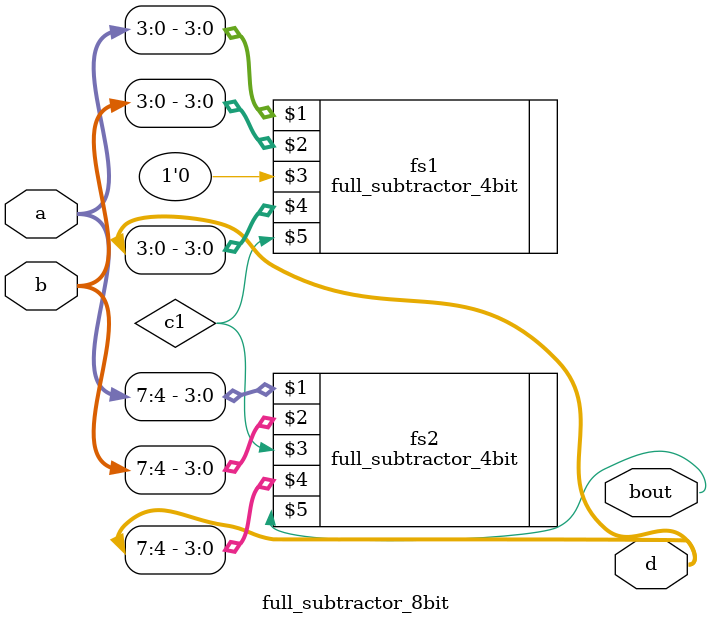
<source format=v>
`timescale 1ns / 1ps
module full_subtractor_8bit(
	input [7:0] a,b,
	output [7:0] d,
	output bout	
    );
	 wire c1;
full_subtractor_4bit fs1 (a[3:0],b[3:0],1'b0,d[3:0],c1);
full_subtractor_4bit fs2 (a[7:4],b[7:4],c1,d[7:4],bout);
endmodule

</source>
